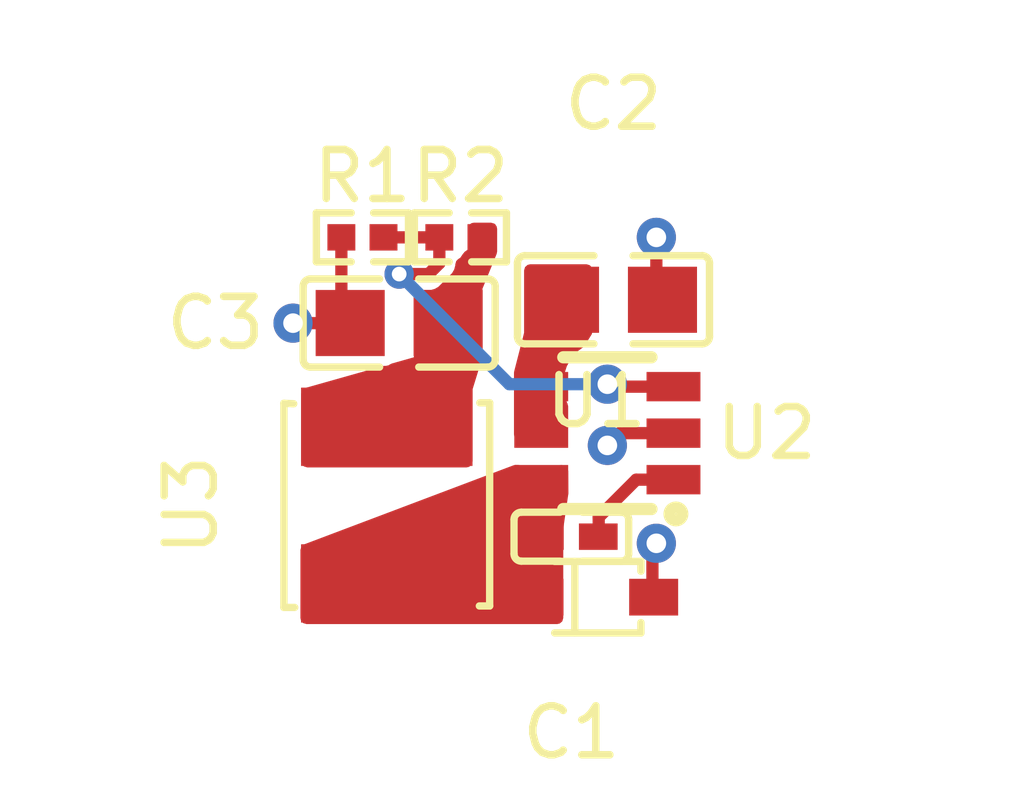
<source format=kicad_pcb>
(kicad_pcb (version 20241229) (generator "pcbnew") (generator_version "9.0")
  (layers (0 "F.Cu" signal) (2 "B.Cu" signal) (13 "F.Paste" user) (15 "B.Paste" user) (5 "F.SilkS" user "F.Silkscreen") (7 "B.SilkS" user "B.Silkscreen") (1 "F.Mask" user) (3 "B.Mask" user) (25 "Edge.Cuts" user))
  (net 0 "")
  (net 1 "FB")
  (net 2 "gnd-1")
  (net 3 "VIN")
  (net 4 "gnd")
  (net 5 "CB")
  (net 6 "hv")
  (net 7 "SW")
  (footprint "lib:IND-SMD_L4.0-W4.0" (layer "F.Cu") (at -4.502948 1.469603 90)
    (property "Reference" "U3" (at 0 -4 90) (layer "F.SilkS") (hide no))
    (property "Value" "10µH ±20%")
    (fp_line (start 2.08 -2.1) (end -2.09 -2.1) (stroke (width 0.15)) (layer "F.SilkS"))
    (fp_line (start -2.09 -2.1) (end -2.09 -1.88) (stroke (width 0.15)) (layer "F.SilkS"))
    (fp_line (start 2.07 -1.9) (end 2.08 -2.1) (stroke (width 0.15)) (layer "F.SilkS"))
    (fp_line (start -2.06 1.89) (end -2.06 2.1) (stroke (width 0.15)) (layer "F.SilkS"))
    (fp_line (start 2.09 2.1) (end 2.09 1.9) (stroke (width 0.15)) (layer "F.SilkS"))
    (fp_line (start -2.06 2.1) (end 2.09 2.1) (stroke (width 0.15)) (layer "F.SilkS"))
    (fp_text user "${REFERENCE}" (at 0 -4 90) (layer "F.SilkS"))
    (pad "1" smd rect (at -1.6 0 90) (size 1.6 3.5) (layers "F.Cu" "F.Mask" "F.Paste") (net 7 "SW"))
    (pad "2" smd rect (at 1.6 0 90) (size 1.6 3.5) (layers "F.Cu" "F.Mask" "F.Paste") (net 6 "hv"))
  )
  (footprint "atopile:C0805-3b2e55" (layer "F.Cu") (at -4.25 -2.25 180)
    (property "Reference" "C3" (at 3.75 0 0) (layer "F.SilkS") (hide no))
    (property "Value" "10µF ±10% 25V X5R")
    (fp_line (start 1.96 0.75) (end 1.96 -0.75) (stroke (width 0.15)) (layer "F.SilkS"))
    (fp_line (start 1.81 -0.9) (end 0.4 -0.9) (stroke (width 0.15)) (layer "F.SilkS"))
    (fp_line (start 0.4 0.9) (end 1.81 0.9) (stroke (width 0.15)) (layer "F.SilkS"))
    (fp_line (start -0.4 0.9) (end -1.81 0.9) (stroke (width 0.15)) (layer "F.SilkS"))
    (fp_line (start -1.81 -0.9) (end -0.4 -0.9) (stroke (width 0.15)) (layer "F.SilkS"))
    (fp_line (start -1.96 0.75) (end -1.96 -0.75) (stroke (width 0.15)) (layer "F.SilkS"))
    (fp_arc (start 1.96 0.75) (mid 1.916066 0.856066) (end 1.81 0.9) (stroke (width 0.15)) (layer "F.SilkS"))
    (fp_arc (start 1.81 -0.9) (mid 1.916066 -0.856066) (end 1.96 -0.75) (stroke (width 0.15)) (layer "F.SilkS"))
    (fp_arc (start -1.81 0.9) (mid -1.916066 0.856066) (end -1.96 0.75) (stroke (width 0.15)) (layer "F.SilkS"))
    (fp_arc (start -1.96 -0.75) (mid -1.916066 -0.856066) (end -1.81 -0.9) (stroke (width 0.15)) (layer "F.SilkS"))
    (fp_text user "${REFERENCE}" (at 3.75 0 0) (layer "F.SilkS"))
    (pad "1" smd rect (at -1 0 180) (size 1.41 1.35) (layers "F.Cu" "F.Mask" "F.Paste") (net 6 "hv"))
    (pad "2" smd rect (at 1 0 180) (size 1.41 1.35) (layers "F.Cu" "F.Mask" "F.Paste") (net 4 "gnd"))
  )
  (footprint "atopile:C0805-3b2e55" (layer "F.Cu") (at 0.125 -2.725 0)
    (property "Reference" "C2" (at 0 -4 0) (layer "F.SilkS") (hide no))
    (property "Value" "4.7µF ±10% 25V X5R")
    (fp_line (start -1.96 0.75) (end -1.96 -0.75) (stroke (width 0.15)) (layer "F.SilkS"))
    (fp_line (start -1.81 -0.9) (end -0.4 -0.9) (stroke (width 0.15)) (layer "F.SilkS"))
    (fp_line (start -0.4 0.9) (end -1.81 0.9) (stroke (width 0.15)) (layer "F.SilkS"))
    (fp_line (start 0.4 0.9) (end 1.81 0.9) (stroke (width 0.15)) (layer "F.SilkS"))
    (fp_line (start 1.81 -0.9) (end 0.4 -0.9) (stroke (width 0.15)) (layer "F.SilkS"))
    (fp_line (start 1.96 0.75) (end 1.96 -0.75) (stroke (width 0.15)) (layer "F.SilkS"))
    (fp_arc (start -1.96 -0.75) (mid -1.916066 -0.856066) (end -1.81 -0.9) (stroke (width 0.15)) (layer "F.SilkS"))
    (fp_arc (start -1.81 0.9) (mid -1.916066 0.856066) (end -1.96 0.75) (stroke (width 0.15)) (layer "F.SilkS"))
    (fp_arc (start 1.81 -0.9) (mid 1.916066 -0.856066) (end 1.96 -0.75) (stroke (width 0.15)) (layer "F.SilkS"))
    (fp_arc (start 1.96 0.75) (mid 1.916066 0.856066) (end 1.81 0.9) (stroke (width 0.15)) (layer "F.SilkS"))
    (fp_text user "${REFERENCE}" (at 0 -4 0) (layer "F.SilkS"))
    (pad "1" smd rect (at -1 0 0) (size 1.41 1.35) (layers "F.Cu" "F.Mask" "F.Paste") (net 3 "VIN"))
    (pad "2" smd rect (at 1 0 0) (size 1.41 1.35) (layers "F.Cu" "F.Mask" "F.Paste") (net 2 "gnd-1"))
  )
  (footprint "atopile:C0402-b3ef17" (layer "F.Cu") (at -0.735371 2.114446 180)
    (property "Reference" "C1" (at 0 -4 0) (layer "F.SilkS") (hide no))
    (property "Value" "470nF ±20% 16V X5R")
    (fp_line (start 1.17 0.35) (end 1.17 -0.35) (stroke (width 0.15)) (layer "F.SilkS"))
    (fp_line (start 1.02 -0.5) (end 0.23 -0.5) (stroke (width 0.15)) (layer "F.SilkS"))
    (fp_line (start 0.23 0.5) (end 1.02 0.5) (stroke (width 0.15)) (layer "F.SilkS"))
    (fp_line (start -0.23 0.5) (end -1.02 0.5) (stroke (width 0.15)) (layer "F.SilkS"))
    (fp_line (start -1.02 -0.5) (end -0.23 -0.5) (stroke (width 0.15)) (layer "F.SilkS"))
    (fp_line (start -1.17 0.35) (end -1.17 -0.35) (stroke (width 0.15)) (layer "F.SilkS"))
    (fp_arc (start 1.17 0.35) (mid 1.126066 0.456066) (end 1.02 0.5) (stroke (width 0.15)) (layer "F.SilkS"))
    (fp_arc (start 1.02 -0.5) (mid 1.126066 -0.456066) (end 1.17 -0.35) (stroke (width 0.15)) (layer "F.SilkS"))
    (fp_arc (start -1.02 0.5) (mid -1.126066 0.456066) (end -1.17 0.35) (stroke (width 0.15)) (layer "F.SilkS"))
    (fp_arc (start -1.17 -0.35) (mid -1.126066 -0.456066) (end -1.02 -0.5) (stroke (width 0.15)) (layer "F.SilkS"))
    (fp_text user "${REFERENCE}" (at 0 -4 0) (layer "F.SilkS"))
    (pad "1" smd rect (at -0.55 0 180) (size 0.79 0.54) (layers "F.Cu" "F.Mask" "F.Paste") (net 5 "CB"))
    (pad "2" smd rect (at 0.55 0 180) (size 0.79 0.54) (layers "F.Cu" "F.Mask" "F.Paste") (net 7 "SW"))
  )
  (footprint "atopile:R0402-56259e" (layer "F.Cu") (at -5 -4 180)
    (property "Reference" "R1" (at 0 1.25 0) (layer "F.SilkS") (hide no))
    (property "Value" "10kΩ ±1% 62.5mW")
    (fp_line (start 0.94 0.5) (end 0.94 -0.5) (stroke (width 0.15)) (layer "F.SilkS"))
    (fp_line (start 0.94 -0.5) (end 0.23 -0.5) (stroke (width 0.15)) (layer "F.SilkS"))
    (fp_line (start 0.23 0.5) (end 0.94 0.5) (stroke (width 0.15)) (layer "F.SilkS"))
    (fp_line (start -0.23 0.5) (end -0.94 0.5) (stroke (width 0.15)) (layer "F.SilkS"))
    (fp_line (start -0.94 0.5) (end -0.94 -0.5) (stroke (width 0.15)) (layer "F.SilkS"))
    (fp_line (start -0.94 -0.5) (end -0.23 -0.5) (stroke (width 0.15)) (layer "F.SilkS"))
    (fp_text user "${REFERENCE}" (at 0 1.25 0) (layer "F.SilkS"))
    (pad "1" smd rect (at -0.43 0 180) (size 0.57 0.54) (layers "F.Cu" "F.Mask" "F.Paste") (net 1 "FB"))
    (pad "2" smd rect (at 0.43 0 180) (size 0.57 0.54) (layers "F.Cu" "F.Mask" "F.Paste") (net 4 "gnd"))
  )
  (footprint "lib:SOT-23-6_L2.9-W1.6-P0.95-LS2.8-BR" (layer "F.Cu") (at 0 0 0)
    (property "Reference" "U2" (at 3.25 0 0) (layer "F.SilkS") (hide no))
    (property "Value" "")
    (fp_line (start -0.9 -1.55) (end 0.9 -1.55) (stroke (width 0.25)) (layer "F.SilkS"))
    (fp_line (start -0.9 1.55) (end 0.9 1.55) (stroke (width 0.25)) (layer "F.SilkS"))
    (fp_circle (center 1.4 1.65) (end 1.53 1.65) (stroke (width 0.25)) (fill no) (layer "F.SilkS"))
    (fp_text user "${REFERENCE}" (at 3.25 0 0) (layer "F.SilkS"))
    (pad "1" smd rect (at 1.35 0.95 0) (size 1.1 0.6) (layers "F.Cu" "F.Mask" "F.Paste") (net 5 "CB"))
    (pad "2" smd rect (at 1.35 0 0) (size 1.1 0.6) (layers "F.Cu" "F.Mask" "F.Paste") (net 2 "gnd-1"))
    (pad "3" smd rect (at 1.35 -0.95 0) (size 1.1 0.6) (layers "F.Cu" "F.Mask" "F.Paste") (net 1 "FB"))
    (pad "4" smd rect (at -1.35 -0.95 0) (size 1.1 0.6) (layers "F.Cu" "F.Mask" "F.Paste") (net 3 "VIN"))
    (pad "5" smd rect (at -1.35 0 0) (size 1.1 0.6) (layers "F.Cu" "F.Mask" "F.Paste") (net 3 "VIN"))
    (pad "6" smd rect (at -1.35 0.95 0) (size 1.1 0.6) (layers "F.Cu" "F.Mask" "F.Paste") (net 7 "SW"))
  )
  (footprint "lib:SOD-323_L1.8-W1.3-LS2.5-RD" (layer "F.Cu") (at -0.225 3.35 0)
    (property "Reference" "U1" (at 0 -4 0) (layer "F.SilkS") (hide no))
    (property "Value" "")
    (fp_line (start -0.85 -0.73) (end 0.91 -0.73) (stroke (width 0.15)) (layer "F.SilkS"))
    (fp_line (start -0.85 0.73) (end 0.91 0.73) (stroke (width 0.15)) (layer "F.SilkS"))
    (fp_line (start -0.44 -0.73) (end -0.44 0.73) (stroke (width 0.15)) (layer "F.SilkS"))
    (fp_line (start 0.91 -0.73) (end 0.91 -0.53) (stroke (width 0.15)) (layer "F.SilkS"))
    (fp_line (start 0.91 0.73) (end 0.91 0.52) (stroke (width 0.15)) (layer "F.SilkS"))
    (fp_text user "${REFERENCE}" (at 0 -4 0) (layer "F.SilkS"))
    (pad "1" smd rect (at -1.17 0 0) (size 1 0.75) (layers "F.Cu" "F.Mask" "F.Paste") (net 7 "SW"))
    (pad "2" smd rect (at 1.17 0 0) (size 1 0.75) (layers "F.Cu" "F.Mask" "F.Paste") (net 4 "gnd"))
  )
  (footprint "atopile:R0402-56259e" (layer "F.Cu") (at -3 -4 180)
    (property "Reference" "R2" (at 0 1.25 0) (layer "F.SilkS") (hide no))
    (property "Value" "10kΩ ±1% 62.5mW")
    (fp_line (start 0.94 0.5) (end 0.94 -0.5) (stroke (width 0.15)) (layer "F.SilkS"))
    (fp_line (start 0.94 -0.5) (end 0.23 -0.5) (stroke (width 0.15)) (layer "F.SilkS"))
    (fp_line (start 0.23 0.5) (end 0.94 0.5) (stroke (width 0.15)) (layer "F.SilkS"))
    (fp_line (start -0.23 0.5) (end -0.94 0.5) (stroke (width 0.15)) (layer "F.SilkS"))
    (fp_line (start -0.94 0.5) (end -0.94 -0.5) (stroke (width 0.15)) (layer "F.SilkS"))
    (fp_line (start -0.94 -0.5) (end -0.23 -0.5) (stroke (width 0.15)) (layer "F.SilkS"))
    (fp_text user "${REFERENCE}" (at 0 1.25 0) (layer "F.SilkS"))
    (pad "1" smd rect (at -0.43 0 180) (size 0.57 0.54) (layers "F.Cu" "F.Mask" "F.Paste") (net 6 "hv"))
    (pad "2" smd rect (at 0.43 0 180) (size 0.57 0.54) (layers "F.Cu" "F.Mask" "F.Paste") (net 1 "FB"))
  )
  (via (at -4.25 -3.25) (size 0.6) (drill 0.3) (layers "F.Cu" "B.Cu") (net 1))
  (via (at 0 -1) (size 0.8) (drill 0.4) (layers "F.Cu" "B.Cu") (net 1))
  (via (at 1 -4) (size 0.8) (drill 0.4) (layers "F.Cu" "B.Cu") (net 2))
  (via (at 0 0.25) (size 0.8) (drill 0.4) (layers "F.Cu" "B.Cu") (net 2))
  (via (at -6.416604 -2.247333) (size 0.8) (drill 0.4) (layers "F.Cu" "B.Cu") (net 4))
  (via (at 1 2.25) (size 0.8) (drill 0.4) (layers "F.Cu" "B.Cu") (net 4))
  (zone (net 0) (net_name "") (layers "F.Cu") (priority 1) (connect_pads yes (clearance 0.2)) (min_thickness 0.25) (fill yes (thermal_gap 0.5) (thermal_bridge_width 0.5))
    (polygon (pts (xy -1.9 0.65) (xy -6.266056 2.3) (xy -6.266056 3.9) (xy -2.75 3.9) (xy -1.95 3.9) (xy -0.9 3.9) (xy -0.9 2.55) (xy -0.9 1.95) (xy -0.795534 1.233721) (xy -0.8 0.65)))
  )
  (zone (net 0) (net_name "") (layers "F.Cu") (connect_pads yes (clearance 0.2)) (min_thickness 0.25) (fill yes (thermal_gap 0.5) (thermal_bridge_width 0.5))
    (polygon (pts (xy -2.55 -2.95) (xy -2.55 -1.55) (xy -2.75 -0.9) (xy -2.75 0.7) (xy -6.25 0.7) (xy -6.25 -0.9) (xy -3.95 -1.55) (xy -3.95 -2.964836) (xy -2.85 -3.75) (xy -2.85 -4.3) (xy -2.25 -4.3) (xy -2.25 -3.685923)))
  )
  (zone (net 0) (net_name "") (layers "F.Cu") (priority 2) (connect_pads yes (clearance 0.5)) (min_thickness 0.25) (fill yes (thermal_gap 0.5) (thermal_bridge_width 0.5))
    (polygon (pts (xy -0.8 -1.25) (xy -0.3 -2.05) (xy -0.3 -3.45) (xy -1.7 -3.45) (xy -1.7 -2.05) (xy -1.906329 -1.246819) (xy -1.906329 0.287849) (xy -0.8 0.3)))
  )
  (segment (start -3.65 -3.25) (end -4.25 -3.25) (width 0.25) (net 1) (layer "F.Cu"))
  (segment (start -3.43 -3.47) (end -3.65 -3.25) (width 0.25) (net 1) (layer "F.Cu"))
  (segment (start 1.35 -0.95) (end 0.05 -0.95) (width 0.25) (net 1) (layer "F.Cu"))
  (segment (start -3.43 -4) (end -3.43 -3.47) (width 0.25) (net 1) (layer "F.Cu"))
  (segment (start 0.05 -0.95) (end 0 -1) (width 0.25) (net 1) (layer "F.Cu"))
  (segment (start -3.43 -4) (end -4.57 -4) (width 0.25) (net 1) (layer "F.Cu"))
  (segment (start -2 -1) (end 0 -1) (width 0.25) (net 1) (layer "B.Cu"))
  (segment (start -4.25 -3.25) (end -2 -1) (width 0.25) (net 1) (layer "B.Cu"))
  (segment (start 1 -4) (end 1 -2.75) (width 0.25) (net 2) (layer "F.Cu"))
  (segment (start 1.35 0) (end 0.25 0) (width 0.25) (net 2) (layer "F.Cu"))
  (segment (start 0.25 0) (end 0 0.25) (width 0.25) (net 2) (layer "F.Cu"))
  (segment (start -5.43 -2.43) (end -5.25 -2.25) (width 0.25) (net 4) (layer "F.Cu"))
  (segment (start 0.92 2.33) (end 1 2.25) (width 0.25) (net 4) (layer "F.Cu"))
  (segment (start -5.43 -4) (end -5.43 -2.43) (width 0.25) (net 4) (layer "F.Cu"))
  (segment (start -6.416604 -2.247333) (end -5.252667 -2.247333) (width 0.25) (net 4) (layer "F.Cu"))
  (segment (start -5.252667 -2.247333) (end -5.25 -2.25) (width 0.25) (net 4) (layer "F.Cu"))
  (segment (start 0.92 3.5) (end 0.92 2.33) (width 0.25) (net 4) (layer "F.Cu"))
  (segment (start -0.17662 1.715744) (end 0.589124 0.95) (width 0.25) (net 5) (layer "F.Cu"))
  (segment (start 0.589124 0.95) (end 1.35 0.95) (width 0.25) (net 5) (layer "F.Cu"))
  (segment (start -0.17662 2.236505) (end -0.17662 1.715744) (width 0.25) (net 5) (layer "F.Cu"))
)
</source>
